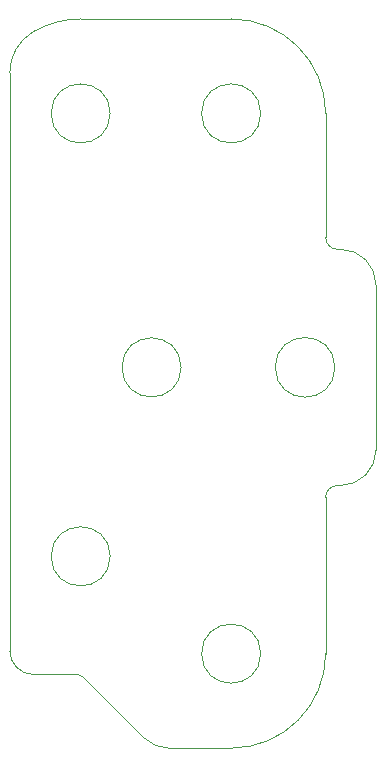
<source format=gm1>
G04 #@! TF.GenerationSoftware,KiCad,Pcbnew,5.1.9+dfsg1-1+deb11u1*
G04 #@! TF.CreationDate,2023-05-29T17:07:12+09:00*
G04 #@! TF.ProjectId,bottom,626f7474-6f6d-42e6-9b69-6361645f7063,rev?*
G04 #@! TF.SameCoordinates,Original*
G04 #@! TF.FileFunction,Profile,NP*
%FSLAX46Y46*%
G04 Gerber Fmt 4.6, Leading zero omitted, Abs format (unit mm)*
G04 Created by KiCad (PCBNEW 5.1.9+dfsg1-1+deb11u1) date 2023-05-29 17:07:12*
%MOMM*%
%LPD*%
G01*
G04 APERTURE LIST*
G04 #@! TA.AperFunction,Profile*
%ADD10C,0.100000*%
G04 #@! TD*
G04 APERTURE END LIST*
D10*
X147638000Y-75606000D02*
G75*
G03*
X147638000Y-75606000I-2500000J0D01*
G01*
X160378000Y-75606000D02*
G75*
G03*
X160378000Y-75606000I-2500000J0D01*
G01*
X167138000Y-87106000D02*
X166878000Y-87106000D01*
X141138000Y-123106000D02*
G75*
G02*
X139138000Y-121106000I0J2000000D01*
G01*
X153638000Y-97106000D02*
G75*
G03*
X153638000Y-97106000I-2500000J0D01*
G01*
X165878000Y-75606000D02*
X165878000Y-86106000D01*
X147638000Y-113106000D02*
G75*
G03*
X147638000Y-113106000I-2500000J0D01*
G01*
X152620599Y-129346000D02*
G75*
G02*
X150499279Y-128467320I1J3000000D01*
G01*
X166878000Y-107106000D02*
X167138000Y-107106000D01*
X139138001Y-72141900D02*
G75*
G02*
X141138000Y-68677799I3999999J0D01*
G01*
X145430890Y-123398900D02*
X150499300Y-128467300D01*
X144723789Y-123106000D02*
G75*
G02*
X145430896Y-123398893I1J-1000000D01*
G01*
X157878000Y-67606000D02*
G75*
G02*
X165878000Y-75606000I0J-8000000D01*
G01*
X141138000Y-123106000D02*
X144723790Y-123106000D01*
X167138001Y-87106000D02*
G75*
G02*
X170138000Y-90106001I-1J-3000000D01*
G01*
X170138000Y-104106000D02*
X170138000Y-90106000D01*
X166663000Y-97106000D02*
G75*
G03*
X166663000Y-97106000I-2525000J0D01*
G01*
X141138000Y-68677797D02*
G75*
G02*
X145138000Y-67606000I4000000J-6928203D01*
G01*
X157878000Y-129346000D02*
X152620600Y-129346000D01*
X165878000Y-108106000D02*
X165878000Y-121346000D01*
X165878000Y-108106000D02*
G75*
G02*
X166878000Y-107106000I1000000J0D01*
G01*
X160378000Y-121346000D02*
G75*
G03*
X160378000Y-121346000I-2500000J0D01*
G01*
X170138000Y-104106000D02*
G75*
G02*
X167138000Y-107106000I-3000000J0D01*
G01*
X165877999Y-121346000D02*
G75*
G02*
X157878000Y-129345999I-7999999J0D01*
G01*
X139138000Y-121106000D02*
X139138000Y-72141900D01*
X145138000Y-67606000D02*
X157878000Y-67606000D01*
X166878000Y-87106000D02*
G75*
G02*
X165878000Y-86106000I0J1000000D01*
G01*
M02*

</source>
